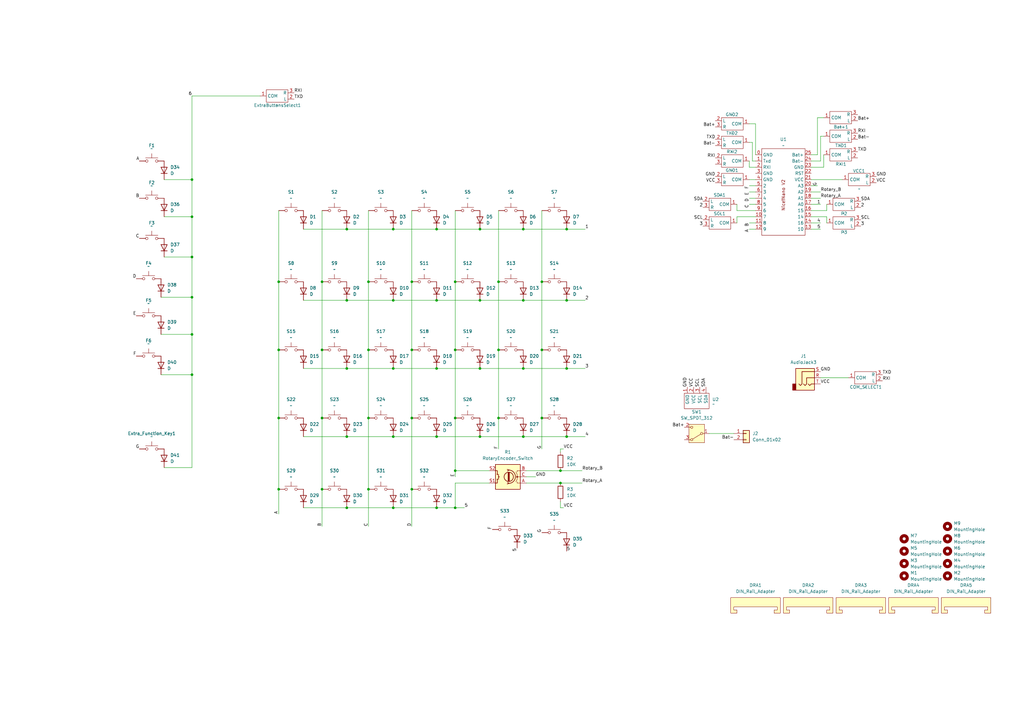
<source format=kicad_sch>
(kicad_sch (version 20231120) (generator "eeschema") (generator_version "8.0")
  (paper "A3")
  (junction (at 78.74 73.66))
  (junction (at 229.87 198.12))
  (junction (at 222.25 143.51))
  (junction (at 214.63 179.07))
  (junction (at 214.63 93.98))
  (junction (at 142.24 93.98))
  (junction (at 114.3 143.51))
  (junction (at 179.07 151.13))
  (junction (at 186.69 171.45))
  (junction (at 114.3 200.66))
  (junction (at 151.13 200.66))
  (junction (at 179.07 123.19))
  (junction (at 114.3 115.57))
  (junction (at 132.08 171.45))
  (junction (at 132.08 200.66))
  (junction (at 168.91 143.51))
  (junction (at 186.69 208.28))
  (junction (at 161.29 151.13))
  (junction (at 161.29 208.28))
  (junction (at 78.74 121.92))
  (junction (at 186.69 143.51))
  (junction (at 214.63 151.13))
  (junction (at 196.85 151.13))
  (junction (at 151.13 171.45))
  (junction (at 114.3 171.45))
  (junction (at 232.41 93.98))
  (junction (at 161.29 179.07))
  (junction (at 204.47 115.57))
  (junction (at 179.07 179.07))
  (junction (at 161.29 123.19))
  (junction (at 168.91 115.57))
  (junction (at 204.47 171.45))
  (junction (at 229.87 193.04))
  (junction (at 222.25 115.57))
  (junction (at 222.25 171.45))
  (junction (at 179.07 93.98))
  (junction (at 132.08 115.57))
  (junction (at 179.07 208.28))
  (junction (at 78.74 153.67))
  (junction (at 78.74 105.41))
  (junction (at 142.24 123.19))
  (junction (at 232.41 151.13))
  (junction (at 196.85 93.98))
  (junction (at 132.08 143.51))
  (junction (at 214.63 123.19))
  (junction (at 186.69 115.57))
  (junction (at 168.91 200.66))
  (junction (at 151.13 143.51))
  (junction (at 78.74 137.16))
  (junction (at 168.91 171.45))
  (junction (at 232.41 123.19))
  (junction (at 161.29 93.98))
  (junction (at 78.74 88.9))
  (junction (at 196.85 179.07))
  (junction (at 142.24 208.28))
  (junction (at 142.24 151.13))
  (junction (at 151.13 115.57))
  (junction (at 232.41 179.07))
  (junction (at 186.69 193.04))
  (junction (at 142.24 179.07))
  (junction (at 204.47 143.51))
  (junction (at 196.85 123.19))
  (wire (pts (xy 179.07 179.07) (xy 196.85 179.07)))
  (wire (pts (xy 66.04 121.92) (xy 78.74 121.92)))
  (wire (pts (xy 142.24 179.07) (xy 161.29 179.07)))
  (wire (pts (xy 114.3 200.66) (xy 114.3 210.82)))
  (wire (pts (xy 307.34 58.42) (xy 308.61 58.42)))
  (wire (pts (xy 337.82 68.58) (xy 332.74 68.58)))
  (wire (pts (xy 151.13 115.57) (xy 151.13 143.51)))
  (wire (pts (xy 307.34 93.98) (xy 309.88 93.98)))
  (wire (pts (xy 124.46 151.13) (xy 142.24 151.13)))
  (wire (pts (xy 307.34 76.2) (xy 309.88 76.2)))
  (wire (pts (xy 307.34 73.66) (xy 309.88 73.66)))
  (wire (pts (xy 78.74 153.67) (xy 66.04 153.67)))
  (wire (pts (xy 168.91 200.66) (xy 168.91 215.9)))
  (wire (pts (xy 336.55 154.94) (xy 347.98 154.94)))
  (wire (pts (xy 337.82 63.5) (xy 337.82 68.58)))
  (wire (pts (xy 142.24 123.19) (xy 161.29 123.19)))
  (wire (pts (xy 307.34 81.28) (xy 309.88 81.28)))
  (wire (pts (xy 307.34 68.58) (xy 309.88 68.58)))
  (wire (pts (xy 186.69 171.45) (xy 186.69 143.51)))
  (wire (pts (xy 179.07 123.19) (xy 196.85 123.19)))
  (wire (pts (xy 151.13 200.66) (xy 151.13 215.9)))
  (wire (pts (xy 186.69 198.12) (xy 186.69 208.28)))
  (wire (pts (xy 78.74 73.66) (xy 67.31 73.66)))
  (wire (pts (xy 215.9 193.04) (xy 229.87 193.04)))
  (wire (pts (xy 186.69 208.28) (xy 190.5 208.28)))
  (wire (pts (xy 66.04 137.16) (xy 78.74 137.16)))
  (wire (pts (xy 332.74 91.44) (xy 336.55 91.44)))
  (wire (pts (xy 151.13 171.45) (xy 151.13 200.66)))
  (wire (pts (xy 78.74 39.37) (xy 78.74 73.66)))
  (wire (pts (xy 336.55 66.04) (xy 332.74 66.04)))
  (wire (pts (xy 332.74 73.66) (xy 345.44 73.66)))
  (wire (pts (xy 151.13 143.51) (xy 151.13 171.45)))
  (wire (pts (xy 339.09 88.9) (xy 339.09 91.44)))
  (wire (pts (xy 161.29 123.19) (xy 179.07 123.19)))
  (wire (pts (xy 332.74 76.2) (xy 335.28 76.2)))
  (wire (pts (xy 196.85 93.98) (xy 214.63 93.98)))
  (wire (pts (xy 78.74 153.67) (xy 78.74 191.77)))
  (wire (pts (xy 222.25 143.51) (xy 222.25 171.45)))
  (wire (pts (xy 186.69 193.04) (xy 186.69 195.58)))
  (wire (pts (xy 179.07 208.28) (xy 186.69 208.28)))
  (wire (pts (xy 161.29 151.13) (xy 179.07 151.13)))
  (wire (pts (xy 151.13 86.36) (xy 151.13 115.57)))
  (wire (pts (xy 114.3 115.57) (xy 114.3 143.51)))
  (wire (pts (xy 132.08 86.36) (xy 132.08 115.57)))
  (wire (pts (xy 204.47 143.51) (xy 204.47 171.45)))
  (wire (pts (xy 168.91 115.57) (xy 168.91 143.51)))
  (wire (pts (xy 186.69 143.51) (xy 186.69 115.57)))
  (wire (pts (xy 132.08 171.45) (xy 132.08 200.66)))
  (wire (pts (xy 332.74 88.9) (xy 339.09 88.9)))
  (wire (pts (xy 124.46 123.19) (xy 142.24 123.19)))
  (wire (pts (xy 229.87 185.42) (xy 229.87 184.15)))
  (wire (pts (xy 339.09 86.36) (xy 332.74 86.36)))
  (wire (pts (xy 214.63 179.07) (xy 232.41 179.07)))
  (wire (pts (xy 222.25 171.45) (xy 222.25 184.15)))
  (wire (pts (xy 161.29 208.28) (xy 179.07 208.28)))
  (wire (pts (xy 78.74 121.92) (xy 78.74 137.16)))
  (wire (pts (xy 302.26 88.9) (xy 309.88 88.9)))
  (wire (pts (xy 142.24 93.98) (xy 161.29 93.98)))
  (wire (pts (xy 196.85 179.07) (xy 214.63 179.07)))
  (wire (pts (xy 132.08 115.57) (xy 132.08 143.51)))
  (wire (pts (xy 161.29 179.07) (xy 179.07 179.07)))
  (wire (pts (xy 168.91 86.36) (xy 168.91 115.57)))
  (wire (pts (xy 196.85 123.19) (xy 214.63 123.19)))
  (wire (pts (xy 78.74 191.77) (xy 67.31 191.77)))
  (wire (pts (xy 196.85 151.13) (xy 214.63 151.13)))
  (wire (pts (xy 78.74 88.9) (xy 67.31 88.9)))
  (wire (pts (xy 229.87 198.12) (xy 238.76 198.12)))
  (wire (pts (xy 232.41 179.07) (xy 240.03 179.07)))
  (wire (pts (xy 204.47 86.36) (xy 204.47 115.57)))
  (wire (pts (xy 302.26 91.44) (xy 302.26 88.9)))
  (wire (pts (xy 229.87 205.74) (xy 229.87 208.28)))
  (wire (pts (xy 168.91 171.45) (xy 168.91 200.66)))
  (wire (pts (xy 222.25 115.57) (xy 222.25 143.51)))
  (wire (pts (xy 307.34 66.04) (xy 307.34 68.58)))
  (wire (pts (xy 114.3 143.51) (xy 114.3 171.45)))
  (wire (pts (xy 335.28 48.26) (xy 335.28 63.5)))
  (wire (pts (xy 124.46 179.07) (xy 142.24 179.07)))
  (wire (pts (xy 200.66 193.04) (xy 186.69 193.04)))
  (wire (pts (xy 200.66 198.12) (xy 186.69 198.12)))
  (wire (pts (xy 168.91 143.51) (xy 168.91 171.45)))
  (wire (pts (xy 332.74 83.82) (xy 336.55 83.82)))
  (wire (pts (xy 307.34 91.44) (xy 309.88 91.44)))
  (wire (pts (xy 302.26 83.82) (xy 302.26 86.36)))
  (wire (pts (xy 222.25 86.36) (xy 222.25 115.57)))
  (wire (pts (xy 78.74 39.37) (xy 106.68 39.37)))
  (wire (pts (xy 204.47 115.57) (xy 204.47 143.51)))
  (wire (pts (xy 161.29 93.98) (xy 179.07 93.98)))
  (wire (pts (xy 186.69 115.57) (xy 186.69 86.36)))
  (wire (pts (xy 335.28 63.5) (xy 332.74 63.5)))
  (wire (pts (xy 142.24 151.13) (xy 161.29 151.13)))
  (wire (pts (xy 332.74 78.74) (xy 336.55 78.74)))
  (wire (pts (xy 232.41 123.19) (xy 240.03 123.19)))
  (wire (pts (xy 67.31 105.41) (xy 78.74 105.41)))
  (wire (pts (xy 78.74 73.66) (xy 78.74 88.9)))
  (wire (pts (xy 229.87 193.04) (xy 238.76 193.04)))
  (wire (pts (xy 336.55 55.88) (xy 336.55 66.04)))
  (wire (pts (xy 78.74 88.9) (xy 78.74 105.41)))
  (wire (pts (xy 132.08 143.51) (xy 132.08 171.45)))
  (wire (pts (xy 214.63 93.98) (xy 232.41 93.98)))
  (wire (pts (xy 214.63 151.13) (xy 232.41 151.13)))
  (wire (pts (xy 332.74 93.98) (xy 336.55 93.98)))
  (wire (pts (xy 114.3 171.45) (xy 114.3 200.66)))
  (wire (pts (xy 179.07 151.13) (xy 196.85 151.13)))
  (wire (pts (xy 232.41 151.13) (xy 240.03 151.13)))
  (wire (pts (xy 142.24 208.28) (xy 161.29 208.28)))
  (wire (pts (xy 179.07 93.98) (xy 196.85 93.98)))
  (wire (pts (xy 308.61 58.42) (xy 308.61 66.04)))
  (wire (pts (xy 124.46 208.28) (xy 142.24 208.28)))
  (wire (pts (xy 78.74 105.41) (xy 78.74 121.92)))
  (wire (pts (xy 114.3 86.36) (xy 114.3 115.57)))
  (wire (pts (xy 132.08 200.66) (xy 132.08 215.9)))
  (wire (pts (xy 290.83 177.8) (xy 300.99 177.8)))
  (wire (pts (xy 78.74 137.16) (xy 78.74 153.67)))
  (wire (pts (xy 214.63 123.19) (xy 232.41 123.19)))
  (wire (pts (xy 204.47 171.45) (xy 204.47 184.15)))
  (wire (pts (xy 308.61 66.04) (xy 309.88 66.04)))
  (wire (pts (xy 215.9 195.58) (xy 219.71 195.58)))
  (wire (pts (xy 309.88 50.8) (xy 309.88 63.5)))
  (wire (pts (xy 337.82 48.26) (xy 335.28 48.26)))
  (wire (pts (xy 307.34 78.74) (xy 309.88 78.74)))
  (wire (pts (xy 307.34 83.82) (xy 309.88 83.82)))
  (wire (pts (xy 229.87 208.28) (xy 231.14 208.28)))
  (wire (pts (xy 186.69 193.04) (xy 186.69 171.45)))
  (wire (pts (xy 332.74 81.28) (xy 336.55 81.28)))
  (wire (pts (xy 232.41 93.98) (xy 240.03 93.98)))
  (wire (pts (xy 124.46 93.98) (xy 142.24 93.98)))
  (wire (pts (xy 229.87 184.15) (xy 231.14 184.15)))
  (wire (pts (xy 215.9 198.12) (xy 229.87 198.12)))
  (wire (pts (xy 337.82 55.88) (xy 336.55 55.88)))
  (wire (pts (xy 339.09 83.82) (xy 339.09 86.36)))
  (wire (pts (xy 307.34 50.8) (xy 309.88 50.8)))
  (wire (pts (xy 302.26 86.36) (xy 309.88 86.36)))
  (label "F" (at 204.47 184.15 90))
  (label "SCL" (at 287.02 158.75 90))
  (label "TXD" (at 361.95 153.67 0))
  (label "VCC" (at 284.48 158.75 90))
  (label "D" (at 55.88 114.3 180))
  (label "A" (at 307.34 93.98 270))
  (label "3" (at 353.06 92.71 0))
  (label "G" (at 57.15 184.15 180))
  (label "E" (at 186.69 195.58 90))
  (label "1" (at 336.55 83.82 180))
  (label "SDA" (at 353.06 82.55 0))
  (label "GND" (at 293.37 72.39 180))
  (label "VCC" (at 293.37 74.93 180))
  (label "5" (at 190.5 208.28 0))
  (label "3" (at 240.03 151.13 0))
  (label "5" (at 336.55 93.98 180))
  (label "B" (at 307.34 91.44 270))
  (label "C" (at 57.15 97.79 180))
  (label "VCC" (at 231.14 208.28 0))
  (label "3" (at 288.29 92.71 180))
  (label "Rotary_A" (at 336.55 81.28 0))
  (label "Bat-" (at 300.99 180.34 180))
  (label "Bat-" (at 351.79 57.15 0))
  (label "G" (at 335.28 76.2 90))
  (label "2" (at 353.06 85.09 0))
  (label "GND" (at 336.55 152.4 0))
  (label "Bat+" (at 351.79 49.53 0))
  (label "B" (at 132.08 215.9 90))
  (label "RXI" (at 293.37 64.77 180))
  (label "TXD" (at 293.37 57.15 180))
  (label "D" (at 168.91 215.9 90))
  (label "RXI" (at 120.65 38.1 0))
  (label "5" (at 232.41 226.06 0))
  (label "TXD" (at 351.79 62.23 0))
  (label "Bat+" (at 280.67 175.26 180))
  (label "6" (at 78.74 39.37 180))
  (label "GND" (at 359.41 72.39 0))
  (label "SCL" (at 353.06 90.17 0))
  (label "RXI" (at 351.79 54.61 0))
  (label "GND" (at 281.94 158.75 90))
  (label "RXI" (at 361.95 156.21 0))
  (label "4" (at 240.03 179.07 0))
  (label "C" (at 307.34 83.82 270))
  (label "Rotary_B" (at 336.55 78.74 0))
  (label "Bat-" (at 293.37 59.69 180))
  (label "5" (at 212.09 224.79 270))
  (label "Rotary_A" (at 238.76 198.12 0))
  (label "G" (at 222.25 218.44 90))
  (label "1" (at 240.03 93.98 0))
  (label "A" (at 57.15 66.04 180))
  (label "A" (at 114.3 210.82 90))
  (label "C" (at 151.13 215.9 90))
  (label "F" (at 201.93 217.17 90))
  (label "4" (at 336.55 91.44 180))
  (label "TXD" (at 120.65 40.64 0))
  (label "SCL" (at 288.29 90.17 180))
  (label "2" (at 240.03 123.19 0))
  (label "F" (at 307.34 76.2 270))
  (label "E" (at 307.34 78.74 270))
  (label "SDA" (at 289.56 158.75 90))
  (label "VCC" (at 359.41 74.93 0))
  (label "VCC" (at 231.14 184.15 0))
  (label "G" (at 222.25 184.15 90))
  (label "F" (at 55.88 146.05 180))
  (label "2" (at 288.29 85.09 180))
  (label "Rotary_B" (at 238.76 193.04 0))
  (label "E" (at 55.88 129.54 180))
  (label "VCC" (at 336.55 157.48 0))
  (label "GND" (at 219.71 195.58 0))
  (label "SDA" (at 288.29 82.55 180))
  (label "D" (at 307.34 81.28 270))
  (label "B" (at 57.15 81.28 180))
  (label "Bat+" (at 293.37 52.07 180))
  (symbol (lib_id "Mechanical:MountingHole") (at 370.84 236.22 0) (unit 1) (exclude_from_sim yes) (in_bom no)
    (property "Reference" "M1" (at 373.38 234.9499 0) (effects (justify left)))
    (property "Value" "MountingHole" (at 373.38 237.4899 0) (effects (justify left)))
    (property "Footprint" "MountingHole:MountingHole_2.2mm_M2" (effects (hide yes)))
    (property "Description" "Mounting Hole without connection" (effects (hide yes)))
  )
  (symbol (lib_id "Device:D") (at 232.41 90.17 90) (unit 1)
    (property "Reference" "D7" (at 234.95 88.8999 90) (effects (justify right)))
    (property "Value" "D" (at 234.95 91.4399 90) (effects (justify right)))
    (property "Footprint" "Misc Keyboard Parts:reversable_diode" (effects (hide yes)))
    (property "Description" "Diode" (effects (hide yes)))
    (property "Sim.Device" "D" (effects (hide yes)))
    (property "Sim.Pins" "1=K 2=A" (effects (hide yes)))
  )
  (symbol (lib_name "Misc Keyboard Parts:SW_Kali_optional_reversable") (lib_id "Misc Keyboard Parts:SW_Kali_optional_reversable") (at 137.16 143.51 0) (unit 1)
    (property "Reference" "S16" (at 137.16 135.89 0))
    (property "Value" "~" (at 137.16 138.43 0))
    (property "Footprint" "keyswitches:Kailh_socket_PG1350_optional_reversible" (effects (hide yes)))
    (property "Datasheet" "http://www.apem.com/int/index.php?controller=attachment&id_attachment=488" (effects (hide yes)))
    (property "Description" "MEC 5G single pole normally-open tactile switch" (effects (hide yes)))
  )
  (symbol (lib_id "Device:D") (at 232.41 222.25 90) (unit 1)
    (property "Reference" "D35" (at 234.95 220.9799 90) (effects (justify right)))
    (property "Value" "D" (at 234.95 223.5199 90) (effects (justify right)))
    (property "Footprint" "Misc Keyboard Parts:reversable_diode" (effects (hide yes)))
    (property "Description" "Diode" (effects (hide yes)))
    (property "Sim.Device" "D" (effects (hide yes)))
    (property "Sim.Pins" "1=K 2=A" (effects (hide yes)))
  )
  (symbol (lib_name "Misc Keyboard Parts:SW_Kali_optional_reversable") (lib_id "Misc Keyboard Parts:SW_Kali_optional_reversable") (at 191.77 86.36 0) (unit 1)
    (property "Reference" "S5" (at 191.77 78.74 0))
    (property "Value" "~" (at 191.77 81.28 0))
    (property "Footprint" "keyswitches:Kailh_socket_PG1350_optional_reversible" (effects (hide yes)))
    (property "Datasheet" "http://www.apem.com/int/index.php?controller=attachment&id_attachment=488" (effects (hide yes)))
    (property "Description" "MEC 5G single pole normally-open tactile switch" (effects (hide yes)))
  )
  (symbol (lib_name "Misc Keyboard Parts:SW_Kali_optional_reversable") (lib_id "Misc Keyboard Parts:SW_Kali_optional_reversable") (at 209.55 86.36 0) (unit 1)
    (property "Reference" "S6" (at 209.55 78.74 0))
    (property "Value" "~" (at 209.55 81.28 0))
    (property "Footprint" "keyswitches:Kailh_socket_PG1350_optional_reversible" (effects (hide yes)))
    (property "Datasheet" "http://www.apem.com/int/index.php?controller=attachment&id_attachment=488" (effects (hide yes)))
    (property "Description" "MEC 5G single pole normally-open tactile switch" (effects (hide yes)))
  )
  (symbol (lib_id "Misc Keyboard Parts:Side_Indicator") (at 299.72 73.66 0) (unit 1)
    (property "Reference" "GND1" (at 300.228 69.85 0))
    (property "Value" "~" (at 300.355 69.85 0))
    (property "Footprint" "Misc Keyboard Parts:Side Indicator - Improved" (effects (hide yes)))
  )
  (symbol (lib_name "Misc Keyboard Parts:SW_Kali_optional_reversable") (lib_id "Misc Keyboard Parts:SW_Kali_optional_reversable") (at 173.99 143.51 0) (unit 1)
    (property "Reference" "S18" (at 173.99 135.89 0))
    (property "Value" "~" (at 173.99 138.43 0))
    (property "Footprint" "keyswitches:Kailh_socket_PG1350_optional_reversible" (effects (hide yes)))
    (property "Datasheet" "http://www.apem.com/int/index.php?controller=attachment&id_attachment=488" (effects (hide yes)))
    (property "Description" "MEC 5G single pole normally-open tactile switch" (effects (hide yes)))
  )
  (symbol (lib_name "Misc Keyboard Parts:SW_Kali_optional_reversable") (lib_id "Misc Keyboard Parts:SW_Kali_optional_reversable") (at 62.23 66.04 0) (unit 1)
    (property "Reference" "F1" (at 62.23 59.69 0))
    (property "Value" "~" (at 62.23 60.96 0))
    (property "Footprint" "keyswitches:Kailh_socket_PG1350_optional_reversible" (effects (hide yes)))
    (property "Datasheet" "http://www.apem.com/int/index.php?controller=attachment&id_attachment=488" (effects (hide yes)))
    (property "Description" "MEC 5G single pole normally-open tactile switch" (effects (hide yes)))
  )
  (symbol (lib_id "Misc Keyboard Parts:Side_Indicator") (at 345.44 48.26 180) (unit 1)
    (property "Reference" "Bat+1" (at 344.932 52.07 0))
    (property "Value" "~" (at 344.805 52.07 0))
    (property "Footprint" "Misc Keyboard Parts:Side Indicator - Improved" (effects (hide yes)))
  )
  (symbol (lib_name "Misc Keyboard Parts:SW_Kali_optional_reversable") (lib_id "Misc Keyboard Parts:SW_Kali_optional_reversable") (at 173.99 200.66 0) (unit 1)
    (property "Reference" "S32" (at 173.99 193.04 0))
    (property "Value" "~" (at 173.99 195.58 0))
    (property "Footprint" "keyswitches:Kailh_socket_PG1350_optional_reversible" (effects (hide yes)))
    (property "Datasheet" "http://www.apem.com/int/index.php?controller=attachment&id_attachment=488" (effects (hide yes)))
    (property "Description" "MEC 5G single pole normally-open tactile switch" (effects (hide yes)))
  )
  (symbol (lib_id "Misc Keyboard Parts:Side_Indicator") (at 114.3 39.37 180) (unit 1)
    (property "Reference" "ExtraButtonsSelect1" (at 113.792 43.18 0))
    (property "Value" "~" (at 113.665 43.18 0))
    (property "Footprint" "Misc Keyboard Parts:Side Indicator - Improved" (effects (hide yes)))
  )
  (symbol (lib_id "Device:D") (at 161.29 175.26 90) (unit 1)
    (property "Reference" "D24" (at 163.83 173.9899 90) (effects (justify right)))
    (property "Value" "D" (at 163.83 176.5299 90) (effects (justify right)))
    (property "Footprint" "Misc Keyboard Parts:reversable_diode" (effects (hide yes)))
    (property "Description" "Diode" (effects (hide yes)))
    (property "Sim.Device" "D" (effects (hide yes)))
    (property "Sim.Pins" "1=K 2=A" (effects (hide yes)))
  )
  (symbol (lib_id "Device:D") (at 232.41 119.38 90) (unit 1)
    (property "Reference" "D14" (at 234.95 118.1099 90) (effects (justify right)))
    (property "Value" "D" (at 234.95 120.6499 90) (effects (justify right)))
    (property "Footprint" "Misc Keyboard Parts:reversable_diode" (effects (hide yes)))
    (property "Description" "Diode" (effects (hide yes)))
    (property "Sim.Device" "D" (effects (hide yes)))
    (property "Sim.Pins" "1=K 2=A" (effects (hide yes)))
  )
  (symbol (lib_id "Device:D") (at 161.29 147.32 90) (unit 1)
    (property "Reference" "D17" (at 163.83 146.0499 90) (effects (justify right)))
    (property "Value" "D" (at 163.83 148.5899 90) (effects (justify right)))
    (property "Footprint" "Misc Keyboard Parts:reversable_diode" (effects (hide yes)))
    (property "Description" "Diode" (effects (hide yes)))
    (property "Sim.Device" "D" (effects (hide yes)))
    (property "Sim.Pins" "1=K 2=A" (effects (hide yes)))
  )
  (symbol (lib_id "Device:D") (at 232.41 147.32 90) (unit 1)
    (property "Reference" "D21" (at 234.95 146.0499 90) (effects (justify right)))
    (property "Value" "D" (at 234.95 148.5899 90) (effects (justify right)))
    (property "Footprint" "Misc Keyboard Parts:reversable_diode" (effects (hide yes)))
    (property "Description" "Diode" (effects (hide yes)))
    (property "Sim.Device" "D" (effects (hide yes)))
    (property "Sim.Pins" "1=K 2=A" (effects (hide yes)))
  )
  (symbol (lib_id "Device:D") (at 161.29 90.17 90) (unit 1)
    (property "Reference" "D3" (at 163.83 88.8999 90) (effects (justify right)))
    (property "Value" "D" (at 163.83 91.4399 90) (effects (justify right)))
    (property "Footprint" "Misc Keyboard Parts:reversable_diode" (effects (hide yes)))
    (property "Description" "Diode" (effects (hide yes)))
    (property "Sim.Device" "D" (effects (hide yes)))
    (property "Sim.Pins" "1=K 2=A" (effects (hide yes)))
  )
  (symbol (lib_id "Device:D") (at 67.31 187.96 90) (unit 1)
    (property "Reference" "D41" (at 69.85 186.6899 90) (effects (justify right)))
    (property "Value" "D" (at 69.85 189.2299 90) (effects (justify right)))
    (property "Footprint" "Misc Keyboard Parts:reversable_diode" (effects (hide yes)))
    (property "Description" "Diode" (effects (hide yes)))
    (property "Sim.Device" "D" (effects (hide yes)))
    (property "Sim.Pins" "1=K 2=A" (effects (hide yes)))
  )
  (symbol (lib_id "Device:D") (at 142.24 147.32 90) (unit 1)
    (property "Reference" "D16" (at 144.78 146.0499 90) (effects (justify right)))
    (property "Value" "D" (at 144.78 148.5899 90) (effects (justify right)))
    (property "Footprint" "Misc Keyboard Parts:reversable_diode" (effects (hide yes)))
    (property "Description" "Diode" (effects (hide yes)))
    (property "Sim.Device" "D" (effects (hide yes)))
    (property "Sim.Pins" "1=K 2=A" (effects (hide yes)))
  )
  (symbol (lib_id "Device:D") (at 66.04 149.86 90) (unit 1)
    (property "Reference" "D40" (at 68.58 148.5899 90) (effects (justify right)))
    (property "Value" "D" (at 68.58 151.1299 90) (effects (justify right)))
    (property "Footprint" "Misc Keyboard Parts:reversable_diode" (effects (hide yes)))
    (property "Description" "Diode" (effects (hide yes)))
    (property "Sim.Device" "D" (effects (hide yes)))
    (property "Sim.Pins" "1=K 2=A" (effects (hide yes)))
  )
  (symbol (lib_name "Misc Keyboard Parts:SW_Kali_optional_reversable") (lib_id "Misc Keyboard Parts:SW_Kali_optional_reversable") (at 156.21 200.66 0) (unit 1)
    (property "Reference" "S31" (at 156.21 193.04 0))
    (property "Value" "~" (at 156.21 195.58 0))
    (property "Footprint" "keyswitches:Kailh_socket_PG1350_optional_reversible" (effects (hide yes)))
    (property "Datasheet" "http://www.apem.com/int/index.php?controller=attachment&id_attachment=488" (effects (hide yes)))
    (property "Description" "MEC 5G single pole normally-open tactile switch" (effects (hide yes)))
  )
  (symbol (lib_name "Misc Keyboard Parts:SW_Kali_optional_reversable") (lib_id "Misc Keyboard Parts:SW_Kali_optional_reversable") (at 62.23 81.28 0) (unit 1)
    (property "Reference" "F2" (at 62.23 74.93 0))
    (property "Value" "~" (at 62.23 76.2 0))
    (property "Footprint" "keyswitches:Kailh_socket_PG1350_optional_reversible" (effects (hide yes)))
    (property "Datasheet" "http://www.apem.com/int/index.php?controller=attachment&id_attachment=488" (effects (hide yes)))
    (property "Description" "MEC 5G single pole normally-open tactile switch" (effects (hide yes)))
  )
  (symbol (lib_id "Device:D") (at 196.85 119.38 90) (unit 1)
    (property "Reference" "D12" (at 199.39 118.1099 90) (effects (justify right)))
    (property "Value" "D" (at 199.39 120.6499 90) (effects (justify right)))
    (property "Footprint" "Misc Keyboard Parts:reversable_diode" (effects (hide yes)))
    (property "Description" "Diode" (effects (hide yes)))
    (property "Sim.Device" "D" (effects (hide yes)))
    (property "Sim.Pins" "1=K 2=A" (effects (hide yes)))
  )
  (symbol (lib_id "Device:D") (at 214.63 175.26 90) (unit 1)
    (property "Reference" "D27" (at 217.17 173.9899 90) (effects (justify right)))
    (property "Value" "D" (at 217.17 176.5299 90) (effects (justify right)))
    (property "Footprint" "Misc Keyboard Parts:reversable_diode" (effects (hide yes)))
    (property "Description" "Diode" (effects (hide yes)))
    (property "Sim.Device" "D" (effects (hide yes)))
    (property "Sim.Pins" "1=K 2=A" (effects (hide yes)))
  )
  (symbol (lib_name "Misc Keyboard Parts:SW_Kali_optional_reversable") (lib_id "Misc Keyboard Parts:SW_Kali_optional_reversable") (at 62.23 184.15 0) (unit 1)
    (property "Reference" "Extra_Function_Key1" (at 62.23 177.8 0))
    (property "Value" "~" (at 62.23 179.07 0))
    (property "Footprint" "keyswitches:Kailh_socket_PG1350_optional_reversible" (effects (hide yes)))
    (property "Datasheet" "http://www.apem.com/int/index.php?controller=attachment&id_attachment=488" (effects (hide yes)))
    (property "Description" "MEC 5G single pole normally-open tactile switch" (effects (hide yes)))
  )
  (symbol (lib_name "Misc Keyboard Parts:SW_Kali_optional_reversable") (lib_id "Misc Keyboard Parts:SW_Kali_optional_reversable") (at 191.77 115.57 0) (unit 1)
    (property "Reference" "S12" (at 191.77 107.95 0))
    (property "Value" "~" (at 191.77 110.49 0))
    (property "Footprint" "keyswitches:Kailh_socket_PG1350_optional_reversible" (effects (hide yes)))
    (property "Datasheet" "http://www.apem.com/int/index.php?controller=attachment&id_attachment=488" (effects (hide yes)))
    (property "Description" "MEC 5G single pole normally-open tactile switch" (effects (hide yes)))
  )
  (symbol (lib_id "Device:D") (at 124.46 204.47 90) (unit 1)
    (property "Reference" "D29" (at 127 203.1999 90) (effects (justify right)))
    (property "Value" "D" (at 127 205.7399 90) (effects (justify right)))
    (property "Footprint" "Misc Keyboard Parts:reversable_diode" (effects (hide yes)))
    (property "Description" "Diode" (effects (hide yes)))
    (property "Sim.Device" "D" (effects (hide yes)))
    (property "Sim.Pins" "1=K 2=A" (effects (hide yes)))
  )
  (symbol (lib_id "Device:D") (at 67.31 69.85 90) (unit 1)
    (property "Reference" "D34" (at 69.85 68.5799 90) (effects (justify right)))
    (property "Value" "D" (at 69.85 71.1199 90) (effects (justify right)))
    (property "Footprint" "Misc Keyboard Parts:reversable_diode" (effects (hide yes)))
    (property "Description" "Diode" (effects (hide yes)))
    (property "Sim.Device" "D" (effects (hide yes)))
    (property "Sim.Pins" "1=K 2=A" (effects (hide yes)))
  )
  (symbol (lib_id "Device:D") (at 214.63 90.17 90) (unit 1)
    (property "Reference" "D6" (at 217.17 88.8999 90) (effects (justify right)))
    (property "Value" "D" (at 217.17 91.4399 90) (effects (justify right)))
    (property "Footprint" "Misc Keyboard Parts:reversable_diode" (effects (hide yes)))
    (property "Description" "Diode" (effects (hide yes)))
    (property "Sim.Device" "D" (effects (hide yes)))
    (property "Sim.Pins" "1=K 2=A" (effects (hide yes)))
  )
  (symbol (lib_id "Connector_Audio:AudioJack3") (at 331.47 154.94 0) (unit 1)
    (property "Reference" "J1" (at 329.565 146.05 0))
    (property "Value" "AudioJack3" (at 329.565 148.59 0))
    (property "Footprint" "Misc Keyboard Parts:Jack_3.5mm_CUI_SJ1-3533NG_Horizontal Reversable" (effects (hide yes)))
    (property "Description" "Audio Jack, 3 Poles (Stereo / TRS)" (effects (hide yes)))
  )
  (symbol (lib_id "Device:D") (at 124.46 147.32 90) (unit 1)
    (property "Reference" "D15" (at 127 146.0499 90) (effects (justify right)))
    (property "Value" "D" (at 127 148.5899 90) (effects (justify right)))
    (property "Footprint" "Misc Keyboard Parts:reversable_diode" (effects (hide yes)))
    (property "Description" "Diode" (effects (hide yes)))
    (property "Sim.Device" "D" (effects (hide yes)))
    (property "Sim.Pins" "1=K 2=A" (effects (hide yes)))
  )
  (symbol (lib_id "Misc Keyboard Parts:Side_Indicator") (at 345.44 63.5 180) (unit 1)
    (property "Reference" "RXI1" (at 344.932 67.31 0))
    (property "Value" "~" (at 344.805 67.31 0))
    (property "Footprint" "Misc Keyboard Parts:Side Indicator - Improved" (effects (hide yes)))
  )
  (symbol (lib_id "Device:D") (at 142.24 90.17 90) (unit 1)
    (property "Reference" "D2" (at 144.78 88.8999 90) (effects (justify right)))
    (property "Value" "D" (at 144.78 91.4399 90) (effects (justify right)))
    (property "Footprint" "Misc Keyboard Parts:reversable_diode" (effects (hide yes)))
    (property "Description" "Diode" (effects (hide yes)))
    (property "Sim.Device" "D" (effects (hide yes)))
    (property "Sim.Pins" "1=K 2=A" (effects (hide yes)))
  )
  (symbol (lib_id "Device:D") (at 179.07 147.32 90) (unit 1)
    (property "Reference" "D18" (at 181.61 146.0499 90) (effects (justify right)))
    (property "Value" "D" (at 181.61 148.5899 90) (effects (justify right)))
    (property "Footprint" "Misc Keyboard Parts:reversable_diode" (effects (hide yes)))
    (property "Description" "Diode" (effects (hide yes)))
    (property "Sim.Device" "D" (effects (hide yes)))
    (property "Sim.Pins" "1=K 2=A" (effects (hide yes)))
  )
  (symbol (lib_id "Mechanical:MountingHole") (at 388.62 226.06 0) (unit 1) (exclude_from_sim yes) (in_bom no)
    (property "Reference" "M6" (at 391.16 224.7899 0) (effects (justify left)))
    (property "Value" "MountingHole" (at 391.16 227.3299 0) (effects (justify left)))
    (property "Footprint" "MountingHole:MountingHole_2.2mm_M2" (effects (hide yes)))
    (property "Description" "Mounting Hole without connection" (effects (hide yes)))
  )
  (symbol (lib_name "Misc Keyboard Parts:SW_Kali_optional_reversable") (lib_id "Misc Keyboard Parts:SW_Kali_optional_reversable") (at 191.77 171.45 0) (unit 1)
    (property "Reference" "S26" (at 191.77 163.83 0))
    (property "Value" "~" (at 191.77 166.37 0))
    (property "Footprint" "keyswitches:Kailh_socket_PG1350_optional_reversible" (effects (hide yes)))
    (property "Datasheet" "http://www.apem.com/int/index.php?controller=attachment&id_attachment=488" (effects (hide yes)))
    (property "Description" "MEC 5G single pole normally-open tactile switch" (effects (hide yes)))
  )
  (symbol (lib_id "Device:D") (at 179.07 204.47 90) (unit 1)
    (property "Reference" "D32" (at 181.61 203.1999 90) (effects (justify right)))
    (property "Value" "D" (at 181.61 205.7399 90) (effects (justify right)))
    (property "Footprint" "Misc Keyboard Parts:reversable_diode" (effects (hide yes)))
    (property "Description" "Diode" (effects (hide yes)))
    (property "Sim.Device" "D" (effects (hide yes)))
    (property "Sim.Pins" "1=K 2=A" (effects (hide yes)))
  )
  (symbol (lib_id "Device:D") (at 179.07 119.38 90) (unit 1)
    (property "Reference" "D11" (at 181.61 118.1099 90) (effects (justify right)))
    (property "Value" "D" (at 181.61 120.6499 90) (effects (justify right)))
    (property "Footprint" "Misc Keyboard Parts:reversable_diode" (effects (hide yes)))
    (property "Description" "Diode" (effects (hide yes)))
    (property "Sim.Device" "D" (effects (hide yes)))
    (property "Sim.Pins" "1=K 2=A" (effects (hide yes)))
  )
  (symbol (lib_id "Mechanical:MountingHole") (at 388.62 215.9 0) (unit 1) (exclude_from_sim yes) (in_bom no)
    (property "Reference" "M9" (at 391.16 214.6299 0) (effects (justify left)))
    (property "Value" "MountingHole" (at 391.16 217.1699 0) (effects (justify left)))
    (property "Footprint" "MountingHole:MountingHole_2.2mm_M2" (effects (hide yes)))
    (property "Description" "Mounting Hole without connection" (effects (hide yes)))
  )
  (symbol (lib_id "Misc Keyboard Parts:Side_Indicator") (at 294.64 91.44 0) (unit 1)
    (property "Reference" "SCL1" (at 295.148 87.63 0))
    (property "Value" "~" (at 295.275 87.63 0))
    (property "Footprint" "Misc Keyboard Parts:Side Indicator - Improved" (effects (hide yes)))
  )
  (symbol (lib_name "Misc Keyboard Parts:SW_Kali_optional_reversable") (lib_id "Misc Keyboard Parts:SW_Kali_optional_reversable") (at 227.33 218.44 0) (unit 1)
    (property "Reference" "S35" (at 227.33 210.82 0))
    (property "Value" "~" (at 227.33 213.36 0))
    (property "Footprint" "keyswitches:Kailh_socket_PG1350_optional_reversible" (effects (hide yes)))
    (property "Datasheet" "http://www.apem.com/int/index.php?controller=attachment&id_attachment=488" (effects (hide yes)))
    (property "Description" "MEC 5G single pole normally-open tactile switch" (effects (hide yes)))
  )
  (symbol (lib_id "Mechanical:MountingHole") (at 370.84 220.98 0) (unit 1) (exclude_from_sim yes) (in_bom no)
    (property "Reference" "M7" (at 373.38 219.7099 0) (effects (justify left)))
    (property "Value" "MountingHole" (at 373.38 222.2499 0) (effects (justify left)))
    (property "Footprint" "MountingHole:MountingHole_2.2mm_M2" (effects (hide yes)))
    (property "Description" "Mounting Hole without connection" (effects (hide yes)))
  )
  (symbol (lib_id "Device:D") (at 161.29 204.47 90) (unit 1)
    (property "Reference" "D31" (at 163.83 203.1999 90) (effects (justify right)))
    (property "Value" "D" (at 163.83 205.7399 90) (effects (justify right)))
    (property "Footprint" "Misc Keyboard Parts:reversable_diode" (effects (hide yes)))
    (property "Description" "Diode" (effects (hide yes)))
    (property "Sim.Device" "D" (effects (hide yes)))
    (property "Sim.Pins" "1=K 2=A" (effects (hide yes)))
  )
  (symbol (lib_id "Misc Keyboard Parts:I2C_Screen") (at 285.75 165.1 0) (unit 1)
    (property "Reference" "U2" (at 292.1 163.8299 0) (effects (justify left)))
    (property "Value" "~" (at 292.1 165.735 0) (effects (justify left)))
    (property "Footprint" "Misc Keyboard Parts:Screen" (effects (hide yes)))
  )
  (symbol (lib_name "Misc Keyboard Parts:SW_Kali_optional_reversable") (lib_id "Misc Keyboard Parts:SW_Kali_optional_reversable") (at 60.96 129.54 0) (unit 1)
    (property "Reference" "F5" (at 60.96 123.19 0))
    (property "Value" "~" (at 60.96 124.46 0))
    (property "Footprint" "keyswitches:Kailh_socket_PG1350_optional_reversible" (effects (hide yes)))
    (property "Datasheet" "http://www.apem.com/int/index.php?controller=attachment&id_attachment=488" (effects (hide yes)))
    (property "Description" "MEC 5G single pole normally-open tactile switch" (effects (hide yes)))
  )
  (symbol (lib_id "Mechanical:DIN_Rail_Adapter") (at 309.88 247.65 0) (unit 1) (exclude_from_sim yes)
    (property "Reference" "DRA1" (at 309.88 240.03 0))
    (property "Value" "DIN_Rail_Adapter" (at 309.88 242.57 0))
    (property "Footprint" "keyswitches:Stabilizer_MX_2u" (effects (hide yes)))
    (property "Description" "DIN Rail adapter universal, mounting holes without connection" (effects (hide yes)))
  )
  (symbol (lib_name "Misc Keyboard Parts:SW_Kali_optional_reversable") (lib_id "Misc Keyboard Parts:SW_Kali_optional_reversable") (at 119.38 86.36 0) (unit 1)
    (property "Reference" "S1" (at 119.38 78.74 0))
    (property "Value" "~" (at 119.38 81.28 0))
    (property "Footprint" "keyswitches:Kailh_socket_PG1350_optional_reversible" (effects (hide yes)))
    (property "Datasheet" "http://www.apem.com/int/index.php?controller=attachment&id_attachment=488" (effects (hide yes)))
    (property "Description" "MEC 5G single pole normally-open tactile switch" (effects (hide yes)))
  )
  (symbol (lib_id "Device:D") (at 196.85 147.32 90) (unit 1)
    (property "Reference" "D19" (at 199.39 146.0499 90) (effects (justify right)))
    (property "Value" "D" (at 199.39 148.5899 90) (effects (justify right)))
    (property "Footprint" "Misc Keyboard Parts:reversable_diode" (effects (hide yes)))
    (property "Description" "Diode" (effects (hide yes)))
    (property "Sim.Device" "D" (effects (hide yes)))
    (property "Sim.Pins" "1=K 2=A" (effects (hide yes)))
  )
  (symbol (lib_name "Misc Keyboard Parts:SW_Kali_optional_reversable") (lib_id "Misc Keyboard Parts:SW_Kali_optional_reversable") (at 119.38 171.45 0) (unit 1)
    (property "Reference" "S22" (at 119.38 163.83 0))
    (property "Value" "~" (at 119.38 166.37 0))
    (property "Footprint" "keyswitches:Kailh_socket_PG1350_optional_reversible" (effects (hide yes)))
    (property "Datasheet" "http://www.apem.com/int/index.php?controller=attachment&id_attachment=488" (effects (hide yes)))
    (property "Description" "MEC 5G single pole normally-open tactile switch" (effects (hide yes)))
  )
  (symbol (lib_id "Misc Keyboard Parts:Nice!Nano V2 W/Battery") (at 321.31 78.74 0) (unit 1)
    (property "Reference" "U1" (at 321.31 57.15 0))
    (property "Value" "~" (at 321.31 59.69 0))
    (property "Footprint" "Misc Keyboard Parts:Nice!NanoV2" (effects (hide yes)))
  )
  (symbol (lib_id "Device:D") (at 179.07 175.26 90) (unit 1)
    (property "Reference" "D25" (at 181.61 173.9899 90) (effects (justify right)))
    (property "Value" "D" (at 181.61 176.5299 90) (effects (justify right)))
    (property "Footprint" "Misc Keyboard Parts:reversable_diode" (effects (hide yes)))
    (property "Description" "Diode" (effects (hide yes)))
    (property "Sim.Device" "D" (effects (hide yes)))
    (property "Sim.Pins" "1=K 2=A" (effects (hide yes)))
  )
  (symbol (lib_id "Mechanical:MountingHole") (at 370.84 231.14 0) (unit 1) (exclude_from_sim yes) (in_bom no)
    (property "Reference" "M3" (at 373.38 229.8699 0) (effects (justify left)))
    (property "Value" "MountingHole" (at 373.38 232.4099 0) (effects (justify left)))
    (property "Footprint" "MountingHole:MountingHole_2.2mm_M2" (effects (hide yes)))
    (property "Description" "Mounting Hole without connection" (effects (hide yes)))
  )
  (symbol (lib_id "Device:D") (at 66.04 118.11 90) (unit 1)
    (property "Reference" "D38" (at 68.58 116.8399 90) (effects (justify right)))
    (property "Value" "D" (at 68.58 119.3799 90) (effects (justify right)))
    (property "Footprint" "Misc Keyboard Parts:reversable_diode" (effects (hide yes)))
    (property "Description" "Diode" (effects (hide yes)))
    (property "Sim.Device" "D" (effects (hide yes)))
    (property "Sim.Pins" "1=K 2=A" (effects (hide yes)))
  )
  (symbol (lib_id "Mechanical:DIN_Rail_Adapter") (at 374.65 247.65 0) (unit 1) (exclude_from_sim yes)
    (property "Reference" "DRA4" (at 374.65 240.03 0))
    (property "Value" "DIN_Rail_Adapter" (at 374.65 242.57 0))
    (property "Footprint" "keyswitches:Stabilizer_MX_2u" (effects (hide yes)))
    (property "Description" "DIN Rail adapter universal, mounting holes without connection" (effects (hide yes)))
  )
  (symbol (lib_id "Device:D") (at 66.04 133.35 90) (unit 1)
    (property "Reference" "D39" (at 68.58 132.0799 90) (effects (justify right)))
    (property "Value" "D" (at 68.58 134.6199 90) (effects (justify right)))
    (property "Footprint" "Misc Keyboard Parts:reversable_diode" (effects (hide yes)))
    (property "Description" "Diode" (effects (hide yes)))
    (property "Sim.Device" "D" (effects (hide yes)))
    (property "Sim.Pins" "1=K 2=A" (effects (hide yes)))
  )
  (symbol (lib_name "Misc Keyboard Parts:SW_Kali_optional_reversable") (lib_id "Misc Keyboard Parts:SW_Kali_optional_reversable") (at 173.99 171.45 0) (unit 1)
    (property "Reference" "S25" (at 173.99 163.83 0))
    (property "Value" "~" (at 173.99 166.37 0))
    (property "Footprint" "keyswitches:Kailh_socket_PG1350_optional_reversible" (effects (hide yes)))
    (property "Datasheet" "http://www.apem.com/int/index.php?controller=attachment&id_attachment=488" (effects (hide yes)))
    (property "Description" "MEC 5G single pole normally-open tactile switch" (effects (hide yes)))
  )
  (symbol (lib_id "Device:R") (at 229.87 189.23 0) (unit 1)
    (property "Reference" "R2" (at 232.41 187.9599 0) (effects (justify left)))
    (property "Value" "10K" (at 232.41 190.4999 0) (effects (justify left)))
    (property "Footprint" "Resistor_THT:R_Axial_DIN0204_L3.6mm_D1.6mm_P7.62mm_Horizontal" (effects (hide yes)))
    (property "Description" "Resistor" (effects (hide yes)))
  )
  (symbol (lib_id "Mechanical:DIN_Rail_Adapter") (at 331.47 247.65 0) (unit 1) (exclude_from_sim yes)
    (property "Reference" "DRA2" (at 331.47 240.03 0))
    (property "Value" "DIN_Rail_Adapter" (at 331.47 242.57 0))
    (property "Footprint" "keyswitches:Stabilizer_MX_2u" (effects (hide yes)))
    (property "Description" "DIN Rail adapter universal, mounting holes without connection" (effects (hide yes)))
  )
  (symbol (lib_id "Mechanical:MountingHole") (at 388.62 220.98 0) (unit 1) (exclude_from_sim yes) (in_bom no)
    (property "Reference" "M8" (at 391.16 219.7099 0) (effects (justify left)))
    (property "Value" "MountingHole" (at 391.16 222.2499 0) (effects (justify left)))
    (property "Footprint" "MountingHole:MountingHole_2.2mm_M2" (effects (hide yes)))
    (property "Description" "Mounting Hole without connection" (effects (hide yes)))
  )
  (symbol (lib_id "Device:D") (at 212.09 220.98 90) (unit 1)
    (property "Reference" "D33" (at 214.63 219.7099 90) (effects (justify right)))
    (property "Value" "D" (at 214.63 222.2499 90) (effects (justify right)))
    (property "Footprint" "Misc Keyboard Parts:reversable_diode" (effects (hide yes)))
    (property "Description" "Diode" (effects (hide yes)))
    (property "Sim.Device" "D" (effects (hide yes)))
    (property "Sim.Pins" "1=K 2=A" (effects (hide yes)))
  )
  (symbol (lib_id "Device:D") (at 161.29 119.38 90) (unit 1)
    (property "Reference" "D10" (at 163.83 118.1099 90) (effects (justify right)))
    (property "Value" "D" (at 163.83 120.6499 90) (effects (justify right)))
    (property "Footprint" "Misc Keyboard Parts:reversable_diode" (effects (hide yes)))
    (property "Description" "Diode" (effects (hide yes)))
    (property "Sim.Device" "D" (effects (hide yes)))
    (property "Sim.Pins" "1=K 2=A" (effects (hide yes)))
  )
  (symbol (lib_id "Mechanical:MountingHole") (at 388.62 231.14 0) (unit 1) (exclude_from_sim yes) (in_bom no)
    (property "Reference" "M4" (at 391.16 229.8699 0) (effects (justify left)))
    (property "Value" "MountingHole" (at 391.16 232.4099 0) (effects (justify left)))
    (property "Footprint" "MountingHole:MountingHole_2.2mm_M2" (effects (hide yes)))
    (property "Description" "Mounting Hole without connection" (effects (hide yes)))
  )
  (symbol (lib_id "Mechanical:MountingHole") (at 388.62 236.22 0) (unit 1) (exclude_from_sim yes) (in_bom no)
    (property "Reference" "M2" (at 391.16 234.9499 0) (effects (justify left)))
    (property "Value" "MountingHole" (at 391.16 237.4899 0) (effects (justify left)))
    (property "Footprint" "MountingHole:MountingHole_2.2mm_M2" (effects (hide yes)))
    (property "Description" "Mounting Hole without connection" (effects (hide yes)))
  )
  (symbol (lib_id "Misc Keyboard Parts:Side_Indicator") (at 345.44 55.88 180) (unit 1)
    (property "Reference" "TXD1" (at 344.932 59.69 0))
    (property "Value" "~" (at 344.805 59.69 0))
    (property "Footprint" "Misc Keyboard Parts:Side Indicator - Improved" (effects (hide yes)))
  )
  (symbol (lib_id "Misc Keyboard Parts:Side_Indicator") (at 355.6 154.94 180) (unit 1)
    (property "Reference" "COM_SELECT1" (at 355.092 158.75 0))
    (property "Value" "~" (at 354.965 158.75 0))
    (property "Footprint" "Misc Keyboard Parts:Side Indicator - Improved" (effects (hide yes)))
  )
  (symbol (lib_name "Misc Keyboard Parts:SW_Kali_optional_reversable") (lib_id "Misc Keyboard Parts:SW_Kali_optional_reversable") (at 156.21 143.51 0) (unit 1)
    (property "Reference" "S17" (at 156.21 135.89 0))
    (property "Value" "~" (at 156.21 138.43 0))
    (property "Footprint" "keyswitches:Kailh_socket_PG1350_optional_reversible" (effects (hide yes)))
    (property "Datasheet" "http://www.apem.com/int/index.php?controller=attachment&id_attachment=488" (effects (hide yes)))
    (property "Description" "MEC 5G single pole normally-open tactile switch" (effects (hide yes)))
  )
  (symbol (lib_id "Mechanical:DIN_Rail_Adapter") (at 353.06 247.65 0) (unit 1) (exclude_from_sim yes)
    (property "Reference" "DRA3" (at 353.06 240.03 0))
    (property "Value" "DIN_Rail_Adapter" (at 353.06 242.57 0))
    (property "Footprint" "keyswitches:Stabilizer_MX_2u" (effects (hide yes)))
    (property "Description" "DIN Rail adapter universal, mounting holes without connection" (effects (hide yes)))
  )
  (symbol (lib_id "Device:D") (at 196.85 175.26 90) (unit 1)
    (property "Reference" "D26" (at 199.39 173.9899 90) (effects (justify right)))
    (property "Value" "D" (at 199.39 176.5299 90) (effects (justify right)))
    (property "Footprint" "Misc Keyboard Parts:reversable_diode" (effects (hide yes)))
    (property "Description" "Diode" (effects (hide yes)))
    (property "Sim.Device" "D" (effects (hide yes)))
    (property "Sim.Pins" "1=K 2=A" (effects (hide yes)))
  )
  (symbol (lib_id "Misc Keyboard Parts:Side_Indicator") (at 346.71 91.44 180) (unit 1)
    (property "Reference" "P3" (at 346.202 95.25 0))
    (property "Value" "~" (at 346.075 95.25 0))
    (property "Footprint" "Misc Keyboard Parts:Side Indicator - Improved" (effects (hide yes)))
  )
  (symbol (lib_name "Misc Keyboard Parts:SW_Kali_optional_reversable") (lib_id "Misc Keyboard Parts:SW_Kali_optional_reversable") (at 156.21 115.57 0) (unit 1)
    (property "Reference" "S10" (at 156.21 107.95 0))
    (property "Value" "~" (at 156.21 110.49 0))
    (property "Footprint" "keyswitches:Kailh_socket_PG1350_optional_reversible" (effects (hide yes)))
    (property "Datasheet" "http://www.apem.com/int/index.php?controller=attachment&id_attachment=488" (effects (hide yes)))
    (property "Description" "MEC 5G single pole normally-open tactile switch" (effects (hide yes)))
  )
  (symbol (lib_id "Connector_Generic:Conn_01x02") (at 306.07 177.8 0) (unit 1)
    (property "Reference" "J2" (at 308.61 177.7999 0) (effects (justify left)))
    (property "Value" "Conn_01x02" (at 308.61 180.3399 0) (effects (justify left)))
    (property "Footprint" "Connector_JST:JST_EH_S2B-EH_1x02_P2.50mm_Horizontal" (effects (hide yes)))
    (property "Description" "Generic connector, single row, 01x02, script generated (kicad-library-utils/schlib/autogen/connector/)" (effects (hide yes)))
  )
  (symbol (lib_name "Misc Keyboard Parts:SW_Kali_optional_reversable") (lib_id "Misc Keyboard Parts:SW_Kali_optional_reversable") (at 119.38 115.57 0) (unit 1)
    (property "Reference" "S8" (at 119.38 107.95 0))
    (property "Value" "~" (at 119.38 110.49 0))
    (property "Footprint" "keyswitches:Kailh_socket_PG1350_optional_reversible" (effects (hide yes)))
    (property "Datasheet" "http://www.apem.com/int/index.php?controller=attachment&id_attachment=488" (effects (hide yes)))
    (property "Description" "MEC 5G single pole normally-open tactile switch" (effects (hide yes)))
  )
  (symbol (lib_id "Device:D") (at 232.41 175.26 90) (unit 1)
    (property "Reference" "D28" (at 234.95 173.9899 90) (effects (justify right)))
    (property "Value" "D" (at 234.95 176.5299 90) (effects (justify right)))
    (property "Footprint" "Misc Keyboard Parts:reversable_diode" (effects (hide yes)))
    (property "Description" "Diode" (effects (hide yes)))
    (property "Sim.Device" "D" (effects (hide yes)))
    (property "Sim.Pins" "1=K 2=A" (effects (hide yes)))
  )
  (symbol (lib_name "Misc Keyboard Parts:SW_Kali_optional_reversable") (lib_id "Misc Keyboard Parts:SW_Kali_optional_reversable") (at 227.33 143.51 0) (unit 1)
    (property "Reference" "S21" (at 227.33 135.89 0))
    (property "Value" "~" (at 227.33 138.43 0))
    (property "Footprint" "keyswitches:Kailh_socket_PG1350_optional_reversible" (effects (hide yes)))
    (property "Datasheet" "http://www.apem.com/int/index.php?controller=attachment&id_attachment=488" (effects (hide yes)))
    (property "Description" "MEC 5G single pole normally-open tactile switch" (effects (hide yes)))
  )
  (symbol (lib_name "Misc Keyboard Parts:SW_Kali_optional_reversable") (lib_id "Misc Keyboard Parts:SW_Kali_optional_reversable") (at 62.23 97.79 0) (unit 1)
    (property "Reference" "F3" (at 62.23 91.44 0))
    (property "Value" "~" (at 62.23 92.71 0))
    (property "Footprint" "keyswitches:Kailh_socket_PG1350_optional_reversible" (effects (hide yes)))
    (property "Datasheet" "http://www.apem.com/int/index.php?controller=attachment&id_attachment=488" (effects (hide yes)))
    (property "Description" "MEC 5G single pole normally-open tactile switch" (effects (hide yes)))
  )
  (symbol (lib_name "Misc Keyboard Parts:SW_Kali_optional_reversable") (lib_id "Misc Keyboard Parts:SW_Kali_optional_reversable") (at 119.38 143.51 0) (unit 1)
    (property "Reference" "S15" (at 119.38 135.89 0))
    (property "Value" "~" (at 119.38 138.43 0))
    (property "Footprint" "keyswitches:Kailh_socket_PG1350_optional_reversible" (effects (hide yes)))
    (property "Datasheet" "http://www.apem.com/int/index.php?controller=attachment&id_attachment=488" (effects (hide yes)))
    (property "Description" "MEC 5G single pole normally-open tactile switch" (effects (hide yes)))
  )
  (symbol (lib_id "Device:D") (at 142.24 119.38 90) (unit 1)
    (property "Reference" "D9" (at 144.78 118.1099 90) (effects (justify right)))
    (property "Value" "D" (at 144.78 120.6499 90) (effects (justify right)))
    (property "Footprint" "Misc Keyboard Parts:reversable_diode" (effects (hide yes)))
    (property "Description" "Diode" (effects (hide yes)))
    (property "Sim.Device" "D" (effects (hide yes)))
    (property "Sim.Pins" "1=K 2=A" (effects (hide yes)))
  )
  (symbol (lib_id "Device:D") (at 214.63 119.38 90) (unit 1)
    (property "Reference" "D13" (at 217.17 118.1099 90) (effects (justify right)))
    (property "Value" "D" (at 217.17 120.6499 90) (effects (justify right)))
    (property "Footprint" "Misc Keyboard Parts:reversable_diode" (effects (hide yes)))
    (property "Description" "Diode" (effects (hide yes)))
    (property "Sim.Device" "D" (effects (hide yes)))
    (property "Sim.Pins" "1=K 2=A" (effects (hide yes)))
  )
  (symbol (lib_name "Misc Keyboard Parts:SW_Kali_optional_reversable") (lib_id "Misc Keyboard Parts:SW_Kali_optional_reversable") (at 209.55 171.45 0) (unit 1)
    (property "Reference" "S27" (at 209.55 163.83 0))
    (property "Value" "~" (at 209.55 166.37 0))
    (property "Footprint" "keyswitches:Kailh_socket_PG1350_optional_reversible" (effects (hide yes)))
    (property "Datasheet" "http://www.apem.com/int/index.php?controller=attachment&id_attachment=488" (effects (hide yes)))
    (property "Description" "MEC 5G single pole normally-open tactile switch" (effects (hide yes)))
  )
  (symbol (lib_name "Misc Keyboard Parts:SW_Kali_optional_reversable") (lib_id "Misc Keyboard Parts:SW_Kali_optional_reversable") (at 137.16 115.57 0) (unit 1)
    (property "Reference" "S9" (at 137.16 107.95 0))
    (property "Value" "~" (at 137.16 110.49 0))
    (property "Footprint" "keyswitches:Kailh_socket_PG1350_optional_reversible" (effects (hide yes)))
    (property "Datasheet" "http://www.apem.com/int/index.php?controller=attachment&id_attachment=488" (effects (hide yes)))
    (property "Description" "MEC 5G single pole normally-open tactile switch" (effects (hide yes)))
  )
  (symbol (lib_name "Misc Keyboard Parts:SW_Kali_optional_reversable") (lib_id "Misc Keyboard Parts:SW_Kali_optional_reversable") (at 191.77 143.51 0) (unit 1)
    (property "Reference" "S19" (at 191.77 135.89 0))
    (property "Value" "~" (at 191.77 138.43 0))
    (property "Footprint" "keyswitches:Kailh_socket_PG1350_optional_reversible" (effects (hide yes)))
    (property "Datasheet" "http://www.apem.com/int/index.php?controller=attachment&id_attachment=488" (effects (hide yes)))
    (property "Description" "MEC 5G single pole normally-open tactile switch" (effects (hide yes)))
  )
  (symbol (lib_name "Misc Keyboard Parts:SW_Kali_optional_reversable") (lib_id "Misc Keyboard Parts:SW_Kali_optional_reversable") (at 227.33 171.45 0) (unit 1)
    (property "Reference" "S28" (at 227.33 163.83 0))
    (property "Value" "~" (at 227.33 166.37 0))
    (property "Footprint" "keyswitches:Kailh_socket_PG1350_optional_reversible" (effects (hide yes)))
    (property "Datasheet" "http://www.apem.com/int/index.php?controller=attachment&id_attachment=488" (effects (hide yes)))
    (property "Description" "MEC 5G single pole normally-open tactile switch" (effects (hide yes)))
  )
  (symbol (lib_name "Misc Keyboard Parts:SW_Kali_optional_reversable") (lib_id "Misc Keyboard Parts:SW_Kali_optional_reversable") (at 209.55 143.51 0) (unit 1)
    (property "Reference" "S20" (at 209.55 135.89 0))
    (property "Value" "~" (at 209.55 138.43 0))
    (property "Footprint" "keyswitches:Kailh_socket_PG1350_optional_reversible" (effects (hide yes)))
    (property "Datasheet" "http://www.apem.com/int/index.php?controller=attachment&id_attachment=488" (effects (hide yes)))
    (property "Description" "MEC 5G single pole normally-open tactile switch" (effects (hide yes)))
  )
  (symbol (lib_name "Misc Keyboard Parts:SW_Kali_optional_reversable") (lib_id "Misc Keyboard Parts:SW_Kali_optional_reversable") (at 207.01 217.17 0) (unit 1)
    (property "Reference" "S33" (at 207.01 209.55 0))
    (property "Value" "~" (at 207.01 212.09 0))
    (property "Footprint" "keyswitches:Kailh_socket_PG1350_optional_reversible" (effects (hide yes)))
    (property "Datasheet" "http://www.apem.com/int/index.php?controller=attachment&id_attachment=488" (effects (hide yes)))
    (property "Description" "MEC 5G single pole normally-open tactile switch" (effects (hide yes)))
  )
  (symbol (lib_id "Device:D") (at 124.46 90.17 90) (unit 1)
    (property "Reference" "D1" (at 127 88.8999 90) (effects (justify right)))
    (property "Value" "D" (at 127 91.4399 90) (effects (justify right)))
    (property "Footprint" "Misc Keyboard Parts:reversable_diode" (effects (hide yes)))
    (property "Description" "Diode" (effects (hide yes)))
    (property "Sim.Device" "D" (effects (hide yes)))
    (property "Sim.Pins" "1=K 2=A" (effects (hide yes)))
  )
  (symbol (lib_name "Misc Keyboard Parts:SW_Kali_optional_reversable") (lib_id "Misc Keyboard Parts:SW_Kali_optional_reversable") (at 137.16 200.66 0) (unit 1)
    (property "Reference" "S30" (at 137.16 193.04 0))
    (property "Value" "~" (at 137.16 195.58 0))
    (property "Footprint" "keyswitches:Kailh_socket_PG1350_optional_reversible" (effects (hide yes)))
    (property "Datasheet" "http://www.apem.com/int/index.php?controller=attachment&id_attachment=488" (effects (hide yes)))
    (property "Description" "MEC 5G single pole normally-open tactile switch" (effects (hide yes)))
  )
  (symbol (lib_name "Misc Keyboard Parts:SW_Kali_optional_reversable") (lib_id "Misc Keyboard Parts:SW_Kali_optional_reversable") (at 137.16 171.45 0) (unit 1)
    (property "Reference" "S23" (at 137.16 163.83 0))
    (property "Value" "~" (at 137.16 166.37 0))
    (property "Footprint" "keyswitches:Kailh_socket_PG1350_optional_reversible" (effects (hide yes)))
    (property "Datasheet" "http://www.apem.com/int/index.php?controller=attachment&id_attachment=488" (effects (hide yes)))
    (property "Description" "MEC 5G single pole normally-open tactile switch" (effects (hide yes)))
  )
  (symbol (lib_name "Misc Keyboard Parts:SW_Kali_optional_reversable") (lib_id "Misc Keyboard Parts:SW_Kali_optional_reversable") (at 173.99 86.36 0) (unit 1)
    (property "Reference" "S4" (at 173.99 78.74 0))
    (property "Value" "~" (at 173.99 81.28 0))
    (property "Footprint" "keyswitches:Kailh_socket_PG1350_optional_reversible" (effects (hide yes)))
    (property "Datasheet" "http://www.apem.com/int/index.php?controller=attachment&id_attachment=488" (effects (hide yes)))
    (property "Description" "MEC 5G single pole normally-open tactile switch" (effects (hide yes)))
  )
  (symbol (lib_id "Device:R") (at 229.87 201.93 0) (unit 1)
    (property "Reference" "R3" (at 232.41 200.6599 0) (effects (justify left)))
    (property "Value" "10K" (at 232.41 203.1999 0) (effects (justify left)))
    (property "Footprint" "Resistor_THT:R_Axial_DIN0204_L3.6mm_D1.6mm_P7.62mm_Horizontal" (effects (hide yes)))
    (property "Description" "Resistor" (effects (hide yes)))
  )
  (symbol (lib_name "Misc Keyboard Parts:SW_Kali_optional_reversable") (lib_id "Misc Keyboard Parts:SW_Kali_optional_reversable") (at 60.96 114.3 0) (unit 1)
    (property "Reference" "F4" (at 60.96 107.95 0))
    (property "Value" "~" (at 60.96 109.22 0))
    (property "Footprint" "keyswitches:Kailh_socket_PG1350_optional_reversible" (effects (hide yes)))
    (property "Datasheet" "http://www.apem.com/int/index.php?controller=attachment&id_attachment=488" (effects (hide yes)))
    (property "Description" "MEC 5G single pole normally-open tactile switch" (effects (hide yes)))
  )
  (symbol (lib_name "Misc Keyboard Parts:SW_Kali_optional_reversable") (lib_id "Misc Keyboard Parts:SW_Kali_optional_reversable") (at 209.55 115.57 0) (unit 1)
    (property "Reference" "S13" (at 209.55 107.95 0))
    (property "Value" "~" (at 209.55 110.49 0))
    (property "Footprint" "keyswitches:Kailh_socket_PG1350_optional_reversible" (effects (hide yes)))
    (property "Datasheet" "http://www.apem.com/int/index.php?controller=attachment&id_attachment=488" (effects (hide yes)))
    (property "Description" "MEC 5G single pole normally-open tactile switch" (effects (hide yes)))
  )
  (symbol (lib_id "Device:D") (at 67.31 101.6 90) (unit 1)
    (property "Reference" "D37" (at 69.85 100.3299 90) (effects (justify right)))
    (property "Value" "D" (at 69.85 102.8699 90) (effects (justify right)))
    (property "Footprint" "Misc Keyboard Parts:reversable_diode" (effects (hide yes)))
    (property "Description" "Diode" (effects (hide yes)))
    (property "Sim.Device" "D" (effects (hide yes)))
    (property "Sim.Pins" "1=K 2=A" (effects (hide yes)))
  )
  (symbol (lib_id "Misc Keyboard Parts:Side_Indicator") (at 299.72 58.42 0) (unit 1)
    (property "Reference" "TXD2" (at 300.228 54.61 0))
    (property "Value" "~" (at 300.355 54.61 0))
    (property "Footprint" "Misc Keyboard Parts:Side Indicator - Improved" (effects (hide yes)))
  )
  (symbol (lib_id "Device:D") (at 124.46 119.38 90) (unit 1)
    (property "Reference" "D8" (at 127 118.1099 90) (effects (justify right)))
    (property "Value" "D" (at 127 120.6499 90) (effects (justify right)))
    (property "Footprint" "Misc Keyboard Parts:reversable_diode" (effects (hide yes)))
    (property "Description" "Diode" (effects (hide yes)))
    (property "Sim.Device" "D" (effects (hide yes)))
    (property "Sim.Pins" "1=K 2=A" (effects (hide yes)))
  )
  (symbol (lib_id "Device:D") (at 142.24 204.47 90) (unit 1)
    (property "Reference" "D30" (at 144.78 203.1999 90) (effects (justify right)))
    (property "Value" "D" (at 144.78 205.7399 90) (effects (justify right)))
    (property "Footprint" "Misc Keyboard Parts:reversable_diode" (effects (hide yes)))
    (property "Description" "Diode" (effects (hide yes)))
    (property "Sim.Device" "D" (effects (hide yes)))
    (property "Sim.Pins" "1=K 2=A" (effects (hide yes)))
  )
  (symbol (lib_id "Device:D") (at 67.31 85.09 90) (unit 1)
    (property "Reference" "D36" (at 69.85 83.8199 90) (effects (justify right)))
    (property "Value" "D" (at 69.85 86.3599 90) (effects (justify right)))
    (property "Footprint" "Misc Keyboard Parts:reversable_diode" (effects (hide yes)))
    (property "Description" "Diode" (effects (hide yes)))
    (property "Sim.Device" "D" (effects (hide yes)))
    (property "Sim.Pins" "1=K 2=A" (effects (hide yes)))
  )
  (symbol (lib_id "Misc Keyboard Parts:Side_Indicator") (at 299.72 66.04 0) (unit 1)
    (property "Reference" "RXI2" (at 300.228 62.23 0))
    (property "Value" "~" (at 300.355 62.23 0))
    (property "Footprint" "Misc Keyboard Parts:Side Indicator - Improved" (effects (hide yes)))
  )
  (symbol (lib_id "Misc Keyboard Parts:Side_Indicator") (at 353.06 73.66 180) (unit 1)
    (property "Reference" "VCC1" (at 352.298 70.104 0))
    (property "Value" "~" (at 352.425 77.47 0))
    (property "Footprint" "Misc Keyboard Parts:Side Indicator - Improved" (effects (hide yes)))
  )
  (symbol (lib_id "Misc Keyboard Parts:Side_Indicator") (at 299.72 50.8 0) (unit 1)
    (property "Reference" "GND2" (at 300.228 46.99 0))
    (property "Value" "~" (at 300.355 46.99 0))
    (property "Footprint" "Misc Keyboard Parts:Side Indicator - Improved" (effects (hide yes)))
  )
  (symbol (lib_id "Device:D") (at 179.07 90.17 90) (unit 1)
    (property "Reference" "D4" (at 181.61 88.8999 90) (effects (justify right)))
    (property "Value" "D" (at 181.61 91.4399 90) (effects (justify right)))
    (property "Footprint" "Misc Keyboard Parts:reversable_diode" (effects (hide yes)))
    (property "Description" "Diode" (effects (hide yes)))
    (property "Sim.Device" "D" (effects (hide yes)))
    (property "Sim.Pins" "1=K 2=A" (effects (hide yes)))
  )
  (symbol (lib_name "Misc Keyboard Parts:SW_Kali_optional_reversable") (lib_id "Misc Keyboard Parts:SW_Kali_optional_reversable") (at 156.21 86.36 0) (unit 1)
    (property "Reference" "S3" (at 156.21 78.74 0))
    (property "Value" "~" (at 156.21 81.28 0))
    (property "Footprint" "keyswitches:Kailh_socket_PG1350_optional_reversible" (effects (hide yes)))
    (property "Datasheet" "http://www.apem.com/int/index.php?controller=attachment&id_attachment=488" (effects (hide yes)))
    (property "Description" "MEC 5G single pole normally-open tactile switch" (effects (hide yes)))
  )
  (symbol (lib_name "Misc Keyboard Parts:SW_Kali_optional_reversable") (lib_id "Misc Keyboard Parts:SW_Kali_optional_reversable") (at 227.33 86.36 0) (unit 1)
    (property "Reference" "S7" (at 227.33 78.74 0))
    (property "Value" "~" (at 227.33 81.28 0))
    (property "Footprint" "keyswitches:Kailh_socket_PG1350_optional_reversible" (effects (hide yes)))
    (property "Datasheet" "http://www.apem.com/int/index.php?controller=attachment&id_attachment=488" (effects (hide yes)))
    (property "Description" "MEC 5G single pole normally-open tactile switch" (effects (hide yes)))
  )
  (symbol (lib_id "Mechanical:MountingHole") (at 370.84 226.06 0) (unit 1) (exclude_from_sim yes) (in_bom no)
    (property "Reference" "M5" (at 373.38 224.7899 0) (effects (justify left)))
    (property "Value" "MountingHole" (at 373.38 227.3299 0) (effects (justify left)))
    (property "Footprint" "MountingHole:MountingHole_2.2mm_M2" (effects (hide yes)))
    (property "Description" "Mounting Hole without connection" (effects (hide yes)))
  )
  (symbol (lib_name "Misc Keyboard Parts:SW_Kali_optional_reversable") (lib_id "Misc Keyboard Parts:SW_Kali_optional_reversable") (at 227.33 115.57 0) (unit 1)
    (property "Reference" "S14" (at 227.33 107.95 0))
    (property "Value" "~" (at 227.33 110.49 0))
    (property "Footprint" "keyswitches:Kailh_socket_PG1350_optional_reversible" (effects (hide yes)))
    (property "Datasheet" "http://www.apem.com/int/index.php?controller=attachment&id_attachment=488" (effects (hide yes)))
    (property "Description" "MEC 5G single pole normally-open tactile switch" (effects (hide yes)))
  )
  (symbol (lib_id "Device:D") (at 196.85 90.17 90) (unit 1)
    (property "Reference" "D5" (at 199.39 88.8999 90) (effects (justify right)))
    (property "Value" "D" (at 199.39 91.4399 90) (effects (justify right)))
    (property "Footprint" "Misc Keyboard Parts:reversable_diode" (effects (hide yes)))
    (property "Description" "Diode" (effects (hide yes)))
    (property "Sim.Device" "D" (effects (hide yes)))
    (property "Sim.Pins" "1=K 2=A" (effects (hide yes)))
  )
  (symbol (lib_id "Device:D") (at 214.63 147.32 90) (unit 1)
    (property "Reference" "D20" (at 217.17 146.0499 90) (effects (justify right)))
    (property "Value" "D" (at 217.17 148.5899 90) (effects (justify right)))
    (property "Footprint" "Misc Keyboard Parts:reversable_diode" (effects (hide yes)))
    (property "Description" "Diode" (effects (hide yes)))
    (property "Sim.Device" "D" (effects (hide yes)))
    (property "Sim.Pins" "1=K 2=A" (effects (hide yes)))
  )
  (symbol (lib_name "Misc Keyboard Parts:SW_Kali_optional_reversable") (lib_id "Misc Keyboard Parts:SW_Kali_optional_reversable") (at 119.38 200.66 0) (unit 1)
    (property "Reference" "S29" (at 119.38 193.04 0))
    (property "Value" "~" (at 119.38 195.58 0))
    (property "Footprint" "keyswitches:Kailh_socket_PG1350_optional_reversible" (effects (hide yes)))
    (property "Datasheet" "http://www.apem.com/int/index.php?controller=attachment&id_attachment=488" (effects (hide yes)))
    (property "Description" "MEC 5G single pole normally-open tactile switch" (effects (hide yes)))
  )
  (symbol (lib_name "Misc Keyboard Parts:SW_Kali_optional_reversable") (lib_id "Misc Keyboard Parts:SW_Kali_optional_reversable") (at 60.96 146.05 0) (unit 1)
    (property "Reference" "F6" (at 60.96 139.7 0))
    (property "Value" "~" (at 60.96 140.97 0))
    (property "Footprint" "keyswitches:Kailh_socket_PG1350_optional_reversible" (effects (hide yes)))
    (property "Datasheet" "http://www.apem.com/int/index.php?controller=attachment&id_attachment=488" (effects (hide yes)))
    (property "Description" "MEC 5G single pole normally-open tactile switch" (effects (hide yes)))
  )
  (symbol (lib_name "Misc Keyboard Parts:SW_Kali_optional_reversable") (lib_id "Misc Keyboard Parts:SW_Kali_optional_reversable") (at 137.16 86.36 0) (unit 1)
    (property "Reference" "S2" (at 137.16 78.74 0))
    (property "Value" "~" (at 137.16 81.28 0))
    (property "Footprint" "keyswitches:Kailh_socket_PG1350_optional_reversible" (effects (hide yes)))
    (property "Datasheet" "http://www.apem.com/int/index.php?controller=attachment&id_attachment=488" (effects (hide yes)))
    (property "Description" "MEC 5G single pole normally-open tactile switch" (effects (hide yes)))
  )
  (symbol (lib_id "Misc Keyboard Parts:Side_Indicator") (at 346.71 83.82 180) (unit 1)
    (property "Reference" "P2" (at 346.202 87.63 0))
    (property "Value" "~" (at 346.075 87.63 0))
    (property "Footprint" "Misc Keyboard Parts:Side Indicator - Improved" (effects (hide yes)))
  )
  (symbol (lib_id "Switch:SW_SPDT_312") (at 285.75 177.8 180) (unit 1)
    (property "Reference" "SW1" (at 285.75 168.91 0))
    (property "Value" "SW_SPDT_312" (at 285.75 171.45 0))
    (property "Footprint" "Button_Switch_THT:SW_Slide_SPDT_Angled_CK_OS102011MA1Q" (effects (hide yes)))
    (property "Description" "Switch, single pole double throw" (effects (hide yes)))
  )
  (symbol (lib_id "Device:D") (at 142.24 175.26 90) (unit 1)
    (property "Reference" "D23" (at 144.78 173.9899 90) (effects (justify right)))
    (property "Value" "D" (at 144.78 176.5299 90) (effects (justify right)))
    (property "Footprint" "Misc Keyboard Parts:reversable_diode" (effects (hide yes)))
    (property "Description" "Diode" (effects (hide yes)))
    (property "Sim.Device" "D" (effects (hide yes)))
    (property "Sim.Pins" "1=K 2=A" (effects (hide yes)))
  )
  (symbol (lib_id "Mechanical:DIN_Rail_Adapter") (at 396.24 247.65 0) (unit 1) (exclude_from_sim yes)
    (property "Reference" "DRA5" (at 396.24 240.03 0))
    (property "Value" "DIN_Rail_Adapter" (at 396.24 242.57 0))
    (property "Footprint" "keyswitches:Stabilizer_MX_2u" (effects (hide yes)))
    (property "Description" "DIN Rail adapter universal, mounting holes without connection" (effects (hide yes)))
  )
  (symbol (lib_id "Device:RotaryEncoder_Switch") (at 208.28 195.58 180) (unit 1)
    (property "Reference" "R1" (at 208.28 185.42 0))
    (property "Value" "RotaryEncoder_Switch" (at 208.28 187.96 0))
    (property "Footprint" "Rotary_Encoder:RotaryEncoder_Alps_EC11E-Switch_Vertical_H20mm" (effects (hide yes)))
    (property "Description" "Rotary encoder, dual channel, incremental quadrate outputs, with switch" (effects (hide yes)))
  )
  (symbol (lib_name "Misc Keyboard Parts:SW_Kali_optional_reversable") (lib_id "Misc Keyboard Parts:SW_Kali_optional_reversable") (at 173.99 115.57 0) (unit 1)
    (property "Reference" "S11" (at 173.99 107.95 0))
    (property "Value" "~" (at 173.99 110.49 0))
    (property "Footprint" "keyswitches:Kailh_socket_PG1350_optional_reversible" (effects (hide yes)))
    (property "Datasheet" "http://www.apem.com/int/index.php?controller=attachment&id_attachment=488" (effects (hide yes)))
    (property "Description" "MEC 5G single pole normally-open tactile switch" (effects (hide yes)))
  )
  (symbol (lib_id "Misc Keyboard Parts:Side_Indicator") (at 294.64 83.82 0) (unit 1)
    (property "Reference" "SDA1" (at 295.148 80.01 0))
    (property "Value" "~" (at 295.275 80.01 0))
    (property "Footprint" "Misc Keyboard Parts:Side Indicator - Improved" (effects (hide yes)))
  )
  (symbol (lib_name "Misc Keyboard Parts:SW_Kali_optional_reversable") (lib_id "Misc Keyboard Parts:SW_Kali_optional_reversable") (at 156.21 171.45 0) (unit 1)
    (property "Reference" "S24" (at 156.21 163.83 0))
    (property "Value" "~" (at 156.21 166.37 0))
    (property "Footprint" "keyswitches:Kailh_socket_PG1350_optional_reversible" (effects (hide yes)))
    (property "Datasheet" "http://www.apem.com/int/index.php?controller=attachment&id_attachment=488" (effects (hide yes)))
    (property "Description" "MEC 5G single pole normally-open tactile switch" (effects (hide yes)))
  )
  (symbol (lib_id "Device:D") (at 124.46 175.26 90) (unit 1)
    (property "Reference" "D22" (at 127 173.9899 90) (effects (justify right)))
    (property "Value" "D" (at 127 176.5299 90) (effects (justify right)))
    (property "Footprint" "Misc Keyboard Parts:reversable_diode" (effects (hide yes)))
    (property "Description" "Diode" (effects (hide yes)))
    (property "Sim.Device" "D" (effects (hide yes)))
    (property "Sim.Pins" "1=K 2=A" (effects (hide yes)))
  )
)
</source>
